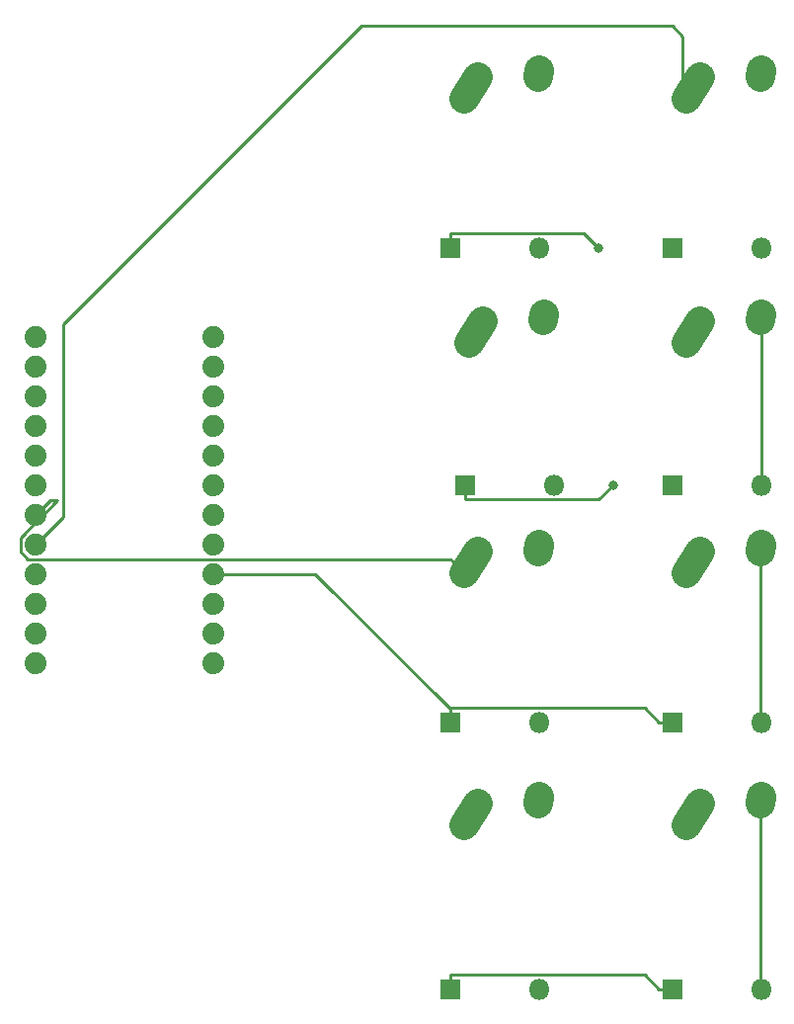
<source format=gbl>
G04 #@! TF.GenerationSoftware,KiCad,Pcbnew,5.1.5-5.1.5*
G04 #@! TF.CreationDate,2020-03-08T16:14:12+01:00*
G04 #@! TF.ProjectId,pcb,7063622e-6b69-4636-9164-5f7063625858,rev?*
G04 #@! TF.SameCoordinates,Original*
G04 #@! TF.FileFunction,Copper,L2,Bot*
G04 #@! TF.FilePolarity,Positive*
%FSLAX46Y46*%
G04 Gerber Fmt 4.6, Leading zero omitted, Abs format (unit mm)*
G04 Created by KiCad (PCBNEW 5.1.5-5.1.5) date 2020-03-08 16:14:12*
%MOMM*%
%LPD*%
G04 APERTURE LIST*
%ADD10C,1.879600*%
%ADD11R,1.800000X1.800000*%
%ADD12O,1.800000X1.800000*%
%ADD13C,2.500000*%
%ADD14C,0.800000*%
%ADD15C,0.250000*%
G04 APERTURE END LIST*
D10*
X17780000Y-41910000D03*
X17780000Y-44450000D03*
X17780000Y-46990000D03*
X17780000Y-49530000D03*
X17780000Y-52070000D03*
X17780000Y-54610000D03*
X17780000Y-57150000D03*
X17780000Y-59690000D03*
X17780000Y-62230000D03*
X17780000Y-64770000D03*
X17780000Y-67310000D03*
X17780000Y-69850000D03*
X33020000Y-69850000D03*
X33020000Y-67310000D03*
X33020000Y-64770000D03*
X33020000Y-62230000D03*
X33020000Y-59690000D03*
X33020000Y-57150000D03*
X33020000Y-54610000D03*
X33020000Y-52070000D03*
X33020000Y-49530000D03*
X33020000Y-46990000D03*
X33020000Y-44450000D03*
X33020000Y-41910000D03*
D11*
X54610000Y-54610000D03*
D12*
X62230000Y-54610000D03*
X60960000Y-34290000D03*
D11*
X53340000Y-34290000D03*
D12*
X60960000Y-74930000D03*
D11*
X53340000Y-74930000D03*
X53340000Y-97790000D03*
D12*
X60960000Y-97790000D03*
X80010000Y-34290000D03*
D11*
X72390000Y-34290000D03*
X72390000Y-54610000D03*
D12*
X80010000Y-54610000D03*
X80010000Y-74930000D03*
D11*
X72390000Y-74930000D03*
X72390000Y-97790000D03*
D12*
X80010000Y-97790000D03*
D13*
X56203663Y-40565386D02*
X54994739Y-42463016D01*
X61393925Y-39954873D02*
X61354477Y-40533529D01*
X55769462Y-19661185D02*
X54560538Y-21558815D01*
X60959724Y-19050672D02*
X60920276Y-19629328D01*
X60959724Y-59690672D02*
X60920276Y-60269328D01*
X55769462Y-60301185D02*
X54560538Y-62198815D01*
X60959724Y-81280672D02*
X60920276Y-81859328D01*
X55769462Y-81891185D02*
X54560538Y-83788815D01*
X74819462Y-19661185D02*
X73610538Y-21558815D01*
X80009724Y-19050672D02*
X79970276Y-19629328D01*
X80009724Y-39954873D02*
X79970276Y-40533529D01*
X74819462Y-40565386D02*
X73610538Y-42463016D01*
X74819462Y-60301185D02*
X73610538Y-62198815D01*
X80009724Y-59690672D02*
X79970276Y-60269328D01*
X80009724Y-81280672D02*
X79970276Y-81859328D01*
X74819462Y-81891185D02*
X73610538Y-83788815D01*
D14*
X73660000Y-60960000D03*
X66040000Y-34290000D03*
X67310000Y-54610000D03*
X54610000Y-54610000D03*
X54610000Y-54610000D03*
X54610000Y-54610000D03*
X33020000Y-62230000D03*
X33020000Y-62230000D03*
D15*
X53682890Y-61250000D02*
X55165000Y-61250000D01*
X17172895Y-60954801D02*
X53387691Y-60954801D01*
X16515199Y-60297105D02*
X17172895Y-60954801D01*
X16515199Y-59082895D02*
X16515199Y-60297105D01*
X19044801Y-55885199D02*
X19712895Y-55885199D01*
X53387691Y-60954801D02*
X53682890Y-61250000D01*
X19712895Y-55885199D02*
X16515199Y-59082895D01*
X17780000Y-57150000D02*
X19044801Y-55885199D01*
X19044801Y-58425199D02*
X18719799Y-58750201D01*
X73660000Y-60960000D02*
X72778556Y-61841444D01*
X73309657Y-19704657D02*
X73309657Y-16159657D01*
X74215000Y-20610000D02*
X73309657Y-19704657D01*
X73309657Y-16159657D02*
X72390000Y-15240000D01*
X72390000Y-15240000D02*
X45720000Y-15240000D01*
X18719799Y-58750201D02*
X17780000Y-59690000D01*
X20162904Y-57307096D02*
X18719799Y-58750201D01*
X20162904Y-40797096D02*
X20162904Y-57307096D01*
X45720000Y-15240000D02*
X20162904Y-40797096D01*
X53340000Y-33140000D02*
X53340000Y-34290000D01*
X53415001Y-33064999D02*
X53340000Y-33140000D01*
X64814999Y-33064999D02*
X53415001Y-33064999D01*
X66040000Y-34290000D02*
X64814999Y-33064999D01*
X66084999Y-55835001D02*
X67310000Y-54610000D01*
X54685001Y-55835001D02*
X66084999Y-55835001D01*
X54610000Y-54610000D02*
X54610000Y-55760000D01*
X54610000Y-55760000D02*
X54685001Y-55835001D01*
X41790000Y-62230000D02*
X53340000Y-73780000D01*
X33020000Y-62230000D02*
X41790000Y-62230000D01*
X53415001Y-73704999D02*
X53340000Y-73780000D01*
X70014999Y-73704999D02*
X53415001Y-73704999D01*
X71240000Y-74930000D02*
X70014999Y-73704999D01*
X53340000Y-73780000D02*
X53340000Y-74930000D01*
X72390000Y-74930000D02*
X71240000Y-74930000D01*
X53340000Y-96640000D02*
X53340000Y-97790000D01*
X70014999Y-96564999D02*
X53415001Y-96564999D01*
X53415001Y-96564999D02*
X53340000Y-96640000D01*
X71240000Y-97790000D02*
X70014999Y-96564999D01*
X72390000Y-97790000D02*
X71240000Y-97790000D01*
X80010000Y-40264201D02*
X79990000Y-40244201D01*
X80010000Y-54610000D02*
X80010000Y-40264201D01*
X79990000Y-74910000D02*
X80010000Y-74930000D01*
X79990000Y-59980000D02*
X79990000Y-74910000D01*
X79990000Y-97770000D02*
X80010000Y-97790000D01*
X79990000Y-81570000D02*
X79990000Y-97770000D01*
M02*

</source>
